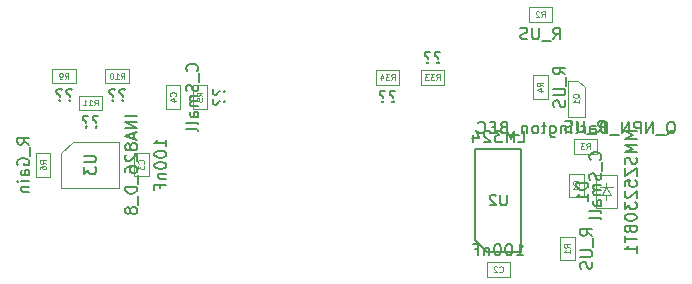
<source format=gbr>
G04 #@! TF.GenerationSoftware,KiCad,Pcbnew,(5.0.0-rc2-dev-586-g888c43477)*
G04 #@! TF.CreationDate,2018-06-03T15:17:15-03:00*
G04 #@! TF.ProjectId,Signal,5369676E616C2E6B696361645F706362,rev?*
G04 #@! TF.SameCoordinates,Original*
G04 #@! TF.FileFunction,Other,Fab,Bot*
%FSLAX46Y46*%
G04 Gerber Fmt 4.6, Leading zero omitted, Abs format (unit mm)*
G04 Created by KiCad (PCBNEW (5.0.0-rc2-dev-586-g888c43477)) date 06/03/18 15:17:15*
%MOMM*%
%LPD*%
G01*
G04 APERTURE LIST*
%ADD10C,0.100000*%
%ADD11C,0.150000*%
%ADD12C,0.080000*%
%ADD13C,0.075000*%
%ADD14C,0.135000*%
G04 APERTURE END LIST*
D10*
X32000000Y-25850000D02*
X32000000Y-24650000D01*
X32000000Y-24650000D02*
X30000000Y-24650000D01*
X30000000Y-24650000D02*
X30000000Y-25850000D01*
X30000000Y-25850000D02*
X32000000Y-25850000D01*
X29750000Y-23600000D02*
X29750000Y-22400000D01*
X29750000Y-22400000D02*
X27750000Y-22400000D01*
X27750000Y-22400000D02*
X27750000Y-23600000D01*
X27750000Y-23600000D02*
X29750000Y-23600000D01*
X32250000Y-23600000D02*
X34250000Y-23600000D01*
X32250000Y-22400000D02*
X32250000Y-23600000D01*
X34250000Y-22400000D02*
X32250000Y-22400000D01*
X34250000Y-23600000D02*
X34250000Y-22400000D01*
X35906000Y-31480000D02*
X35906000Y-29480000D01*
X34706000Y-31480000D02*
X35906000Y-31480000D01*
X34706000Y-29480000D02*
X34706000Y-31480000D01*
X35906000Y-29480000D02*
X34706000Y-29480000D01*
X38600000Y-23750000D02*
X37400000Y-23750000D01*
X37400000Y-23750000D02*
X37400000Y-25750000D01*
X37400000Y-25750000D02*
X38600000Y-25750000D01*
X38600000Y-25750000D02*
X38600000Y-23750000D01*
X28538000Y-29530000D02*
X28538000Y-32430000D01*
X28538000Y-32430000D02*
X33438000Y-32430000D01*
X33438000Y-32430000D02*
X33438000Y-28530000D01*
X33438000Y-28530000D02*
X29538000Y-28530000D01*
X29538000Y-28530000D02*
X28538000Y-29530000D01*
X40850000Y-25750000D02*
X40850000Y-23750000D01*
X39650000Y-25750000D02*
X40850000Y-25750000D01*
X39650000Y-23750000D02*
X39650000Y-25750000D01*
X40850000Y-23750000D02*
X39650000Y-23750000D01*
X26400000Y-31500000D02*
X27600000Y-31500000D01*
X27600000Y-31500000D02*
X27600000Y-29500000D01*
X27600000Y-29500000D02*
X26400000Y-29500000D01*
X26400000Y-29500000D02*
X26400000Y-31500000D01*
X72836000Y-23942000D02*
X72836000Y-26392000D01*
X72286000Y-23372000D02*
X71436000Y-23372000D01*
X72836000Y-23942000D02*
X72286000Y-23372000D01*
X71436000Y-23372000D02*
X71436000Y-26412000D01*
X72836000Y-26412000D02*
X71436000Y-26412000D01*
X72736000Y-33258000D02*
X72736000Y-31258000D01*
X71536000Y-33258000D02*
X72736000Y-33258000D01*
X71536000Y-31258000D02*
X71536000Y-33258000D01*
X72736000Y-31258000D02*
X71536000Y-31258000D01*
X64532000Y-38770000D02*
X64532000Y-39970000D01*
X64532000Y-39970000D02*
X66532000Y-39970000D01*
X66532000Y-39970000D02*
X66532000Y-38770000D01*
X66532000Y-38770000D02*
X64532000Y-38770000D01*
X74676000Y-33016000D02*
X74676000Y-33516000D01*
X75076000Y-33016000D02*
X74676000Y-32416000D01*
X74276000Y-33016000D02*
X75076000Y-33016000D01*
X74676000Y-32416000D02*
X74276000Y-33016000D01*
X74676000Y-32416000D02*
X75226000Y-32416000D01*
X74676000Y-32416000D02*
X74126000Y-32416000D01*
X74676000Y-32016000D02*
X74676000Y-32416000D01*
X75576000Y-31366000D02*
X73776000Y-31366000D01*
X75576000Y-34166000D02*
X75576000Y-31366000D01*
X73776000Y-34166000D02*
X75576000Y-34166000D01*
X73776000Y-31366000D02*
X73776000Y-34166000D01*
X71974000Y-36592000D02*
X70774000Y-36592000D01*
X70774000Y-36592000D02*
X70774000Y-38592000D01*
X70774000Y-38592000D02*
X71974000Y-38592000D01*
X71974000Y-38592000D02*
X71974000Y-36592000D01*
X68088000Y-18380000D02*
X70088000Y-18380000D01*
X68088000Y-17180000D02*
X68088000Y-18380000D01*
X70088000Y-17180000D02*
X68088000Y-17180000D01*
X70088000Y-18380000D02*
X70088000Y-17180000D01*
X71898000Y-28356000D02*
X71898000Y-29556000D01*
X71898000Y-29556000D02*
X73898000Y-29556000D01*
X73898000Y-29556000D02*
X73898000Y-28356000D01*
X73898000Y-28356000D02*
X71898000Y-28356000D01*
X69688000Y-24924500D02*
X69688000Y-22924500D01*
X68488000Y-24924500D02*
X69688000Y-24924500D01*
X68488000Y-22924500D02*
X68488000Y-24924500D01*
X69688000Y-22924500D02*
X68488000Y-22924500D01*
X58944000Y-22514000D02*
X58944000Y-23714000D01*
X58944000Y-23714000D02*
X60944000Y-23714000D01*
X60944000Y-23714000D02*
X60944000Y-22514000D01*
X60944000Y-22514000D02*
X58944000Y-22514000D01*
X57134000Y-23714000D02*
X57134000Y-22514000D01*
X57134000Y-22514000D02*
X55134000Y-22514000D01*
X55134000Y-22514000D02*
X55134000Y-23714000D01*
X55134000Y-23714000D02*
X57134000Y-23714000D01*
D11*
X64582000Y-37878000D02*
X67482000Y-37878000D01*
X67482000Y-37878000D02*
X67482000Y-29178000D01*
X67482000Y-29178000D02*
X63582000Y-29178000D01*
X63582000Y-29178000D02*
X63582000Y-36878000D01*
X63582000Y-36878000D02*
X64582000Y-37878000D01*
X31476190Y-27257142D02*
X31428571Y-27304761D01*
X31476190Y-27352380D01*
X31523809Y-27304761D01*
X31476190Y-27257142D01*
X31476190Y-27352380D01*
X31666666Y-26400000D02*
X31571428Y-26352380D01*
X31333333Y-26352380D01*
X31238095Y-26400000D01*
X31190476Y-26495238D01*
X31190476Y-26590476D01*
X31238095Y-26685714D01*
X31285714Y-26733333D01*
X31380952Y-26780952D01*
X31428571Y-26828571D01*
X31476190Y-26923809D01*
X31476190Y-26971428D01*
X30619047Y-27257142D02*
X30571428Y-27304761D01*
X30619047Y-27352380D01*
X30666666Y-27304761D01*
X30619047Y-27257142D01*
X30619047Y-27352380D01*
X30809523Y-26400000D02*
X30714285Y-26352380D01*
X30476190Y-26352380D01*
X30380952Y-26400000D01*
X30333333Y-26495238D01*
X30333333Y-26590476D01*
X30380952Y-26685714D01*
X30428571Y-26733333D01*
X30523809Y-26780952D01*
X30571428Y-26828571D01*
X30619047Y-26923809D01*
X30619047Y-26971428D01*
D12*
X31321428Y-25476190D02*
X31488095Y-25238095D01*
X31607142Y-25476190D02*
X31607142Y-24976190D01*
X31416666Y-24976190D01*
X31369047Y-25000000D01*
X31345238Y-25023809D01*
X31321428Y-25071428D01*
X31321428Y-25142857D01*
X31345238Y-25190476D01*
X31369047Y-25214285D01*
X31416666Y-25238095D01*
X31607142Y-25238095D01*
X30845238Y-25476190D02*
X31130952Y-25476190D01*
X30988095Y-25476190D02*
X30988095Y-24976190D01*
X31035714Y-25047619D01*
X31083333Y-25095238D01*
X31130952Y-25119047D01*
X30369047Y-25476190D02*
X30654761Y-25476190D01*
X30511904Y-25476190D02*
X30511904Y-24976190D01*
X30559523Y-25047619D01*
X30607142Y-25095238D01*
X30654761Y-25119047D01*
D11*
X29226190Y-25007142D02*
X29178571Y-25054761D01*
X29226190Y-25102380D01*
X29273809Y-25054761D01*
X29226190Y-25007142D01*
X29226190Y-25102380D01*
X29416666Y-24150000D02*
X29321428Y-24102380D01*
X29083333Y-24102380D01*
X28988095Y-24150000D01*
X28940476Y-24245238D01*
X28940476Y-24340476D01*
X28988095Y-24435714D01*
X29035714Y-24483333D01*
X29130952Y-24530952D01*
X29178571Y-24578571D01*
X29226190Y-24673809D01*
X29226190Y-24721428D01*
X28369047Y-25007142D02*
X28321428Y-25054761D01*
X28369047Y-25102380D01*
X28416666Y-25054761D01*
X28369047Y-25007142D01*
X28369047Y-25102380D01*
X28559523Y-24150000D02*
X28464285Y-24102380D01*
X28226190Y-24102380D01*
X28130952Y-24150000D01*
X28083333Y-24245238D01*
X28083333Y-24340476D01*
X28130952Y-24435714D01*
X28178571Y-24483333D01*
X28273809Y-24530952D01*
X28321428Y-24578571D01*
X28369047Y-24673809D01*
X28369047Y-24721428D01*
D12*
X28833333Y-23226190D02*
X29000000Y-22988095D01*
X29119047Y-23226190D02*
X29119047Y-22726190D01*
X28928571Y-22726190D01*
X28880952Y-22750000D01*
X28857142Y-22773809D01*
X28833333Y-22821428D01*
X28833333Y-22892857D01*
X28857142Y-22940476D01*
X28880952Y-22964285D01*
X28928571Y-22988095D01*
X29119047Y-22988095D01*
X28595238Y-23226190D02*
X28500000Y-23226190D01*
X28452380Y-23202380D01*
X28428571Y-23178571D01*
X28380952Y-23107142D01*
X28357142Y-23011904D01*
X28357142Y-22821428D01*
X28380952Y-22773809D01*
X28404761Y-22750000D01*
X28452380Y-22726190D01*
X28547619Y-22726190D01*
X28595238Y-22750000D01*
X28619047Y-22773809D01*
X28642857Y-22821428D01*
X28642857Y-22940476D01*
X28619047Y-22988095D01*
X28595238Y-23011904D01*
X28547619Y-23035714D01*
X28452380Y-23035714D01*
X28404761Y-23011904D01*
X28380952Y-22988095D01*
X28357142Y-22940476D01*
D11*
X33726190Y-25007142D02*
X33678571Y-25054761D01*
X33726190Y-25102380D01*
X33773809Y-25054761D01*
X33726190Y-25007142D01*
X33726190Y-25102380D01*
X33916666Y-24150000D02*
X33821428Y-24102380D01*
X33583333Y-24102380D01*
X33488095Y-24150000D01*
X33440476Y-24245238D01*
X33440476Y-24340476D01*
X33488095Y-24435714D01*
X33535714Y-24483333D01*
X33630952Y-24530952D01*
X33678571Y-24578571D01*
X33726190Y-24673809D01*
X33726190Y-24721428D01*
X32869047Y-25007142D02*
X32821428Y-25054761D01*
X32869047Y-25102380D01*
X32916666Y-25054761D01*
X32869047Y-25007142D01*
X32869047Y-25102380D01*
X33059523Y-24150000D02*
X32964285Y-24102380D01*
X32726190Y-24102380D01*
X32630952Y-24150000D01*
X32583333Y-24245238D01*
X32583333Y-24340476D01*
X32630952Y-24435714D01*
X32678571Y-24483333D01*
X32773809Y-24530952D01*
X32821428Y-24578571D01*
X32869047Y-24673809D01*
X32869047Y-24721428D01*
D12*
X33571428Y-23226190D02*
X33738095Y-22988095D01*
X33857142Y-23226190D02*
X33857142Y-22726190D01*
X33666666Y-22726190D01*
X33619047Y-22750000D01*
X33595238Y-22773809D01*
X33571428Y-22821428D01*
X33571428Y-22892857D01*
X33595238Y-22940476D01*
X33619047Y-22964285D01*
X33666666Y-22988095D01*
X33857142Y-22988095D01*
X33095238Y-23226190D02*
X33380952Y-23226190D01*
X33238095Y-23226190D02*
X33238095Y-22726190D01*
X33285714Y-22797619D01*
X33333333Y-22845238D01*
X33380952Y-22869047D01*
X32785714Y-22726190D02*
X32738095Y-22726190D01*
X32690476Y-22750000D01*
X32666666Y-22773809D01*
X32642857Y-22821428D01*
X32619047Y-22916666D01*
X32619047Y-23035714D01*
X32642857Y-23130952D01*
X32666666Y-23178571D01*
X32690476Y-23202380D01*
X32738095Y-23226190D01*
X32785714Y-23226190D01*
X32833333Y-23202380D01*
X32857142Y-23178571D01*
X32880952Y-23130952D01*
X32904761Y-23035714D01*
X32904761Y-22916666D01*
X32880952Y-22821428D01*
X32857142Y-22773809D01*
X32833333Y-22750000D01*
X32785714Y-22726190D01*
D11*
X37408380Y-28932380D02*
X37408380Y-28360952D01*
X37408380Y-28646666D02*
X36408380Y-28646666D01*
X36551238Y-28551428D01*
X36646476Y-28456190D01*
X36694095Y-28360952D01*
X36408380Y-29551428D02*
X36408380Y-29646666D01*
X36456000Y-29741904D01*
X36503619Y-29789523D01*
X36598857Y-29837142D01*
X36789333Y-29884761D01*
X37027428Y-29884761D01*
X37217904Y-29837142D01*
X37313142Y-29789523D01*
X37360761Y-29741904D01*
X37408380Y-29646666D01*
X37408380Y-29551428D01*
X37360761Y-29456190D01*
X37313142Y-29408571D01*
X37217904Y-29360952D01*
X37027428Y-29313333D01*
X36789333Y-29313333D01*
X36598857Y-29360952D01*
X36503619Y-29408571D01*
X36456000Y-29456190D01*
X36408380Y-29551428D01*
X36408380Y-30503809D02*
X36408380Y-30599047D01*
X36456000Y-30694285D01*
X36503619Y-30741904D01*
X36598857Y-30789523D01*
X36789333Y-30837142D01*
X37027428Y-30837142D01*
X37217904Y-30789523D01*
X37313142Y-30741904D01*
X37360761Y-30694285D01*
X37408380Y-30599047D01*
X37408380Y-30503809D01*
X37360761Y-30408571D01*
X37313142Y-30360952D01*
X37217904Y-30313333D01*
X37027428Y-30265714D01*
X36789333Y-30265714D01*
X36598857Y-30313333D01*
X36503619Y-30360952D01*
X36456000Y-30408571D01*
X36408380Y-30503809D01*
X36741714Y-31265714D02*
X37408380Y-31265714D01*
X36836952Y-31265714D02*
X36789333Y-31313333D01*
X36741714Y-31408571D01*
X36741714Y-31551428D01*
X36789333Y-31646666D01*
X36884571Y-31694285D01*
X37408380Y-31694285D01*
X36884571Y-32503809D02*
X36884571Y-32170476D01*
X37408380Y-32170476D02*
X36408380Y-32170476D01*
X36408380Y-32646666D01*
D12*
X35484571Y-30396666D02*
X35508380Y-30372857D01*
X35532190Y-30301428D01*
X35532190Y-30253809D01*
X35508380Y-30182380D01*
X35460761Y-30134761D01*
X35413142Y-30110952D01*
X35317904Y-30087142D01*
X35246476Y-30087142D01*
X35151238Y-30110952D01*
X35103619Y-30134761D01*
X35056000Y-30182380D01*
X35032190Y-30253809D01*
X35032190Y-30301428D01*
X35056000Y-30372857D01*
X35079809Y-30396666D01*
X35032190Y-30563333D02*
X35032190Y-30872857D01*
X35222666Y-30706190D01*
X35222666Y-30777619D01*
X35246476Y-30825238D01*
X35270285Y-30849047D01*
X35317904Y-30872857D01*
X35436952Y-30872857D01*
X35484571Y-30849047D01*
X35508380Y-30825238D01*
X35532190Y-30777619D01*
X35532190Y-30634761D01*
X35508380Y-30587142D01*
X35484571Y-30563333D01*
D11*
X40007142Y-22559523D02*
X40054761Y-22511904D01*
X40102380Y-22369047D01*
X40102380Y-22273809D01*
X40054761Y-22130952D01*
X39959523Y-22035714D01*
X39864285Y-21988095D01*
X39673809Y-21940476D01*
X39530952Y-21940476D01*
X39340476Y-21988095D01*
X39245238Y-22035714D01*
X39150000Y-22130952D01*
X39102380Y-22273809D01*
X39102380Y-22369047D01*
X39150000Y-22511904D01*
X39197619Y-22559523D01*
X40197619Y-22750000D02*
X40197619Y-23511904D01*
X40054761Y-23702380D02*
X40102380Y-23845238D01*
X40102380Y-24083333D01*
X40054761Y-24178571D01*
X40007142Y-24226190D01*
X39911904Y-24273809D01*
X39816666Y-24273809D01*
X39721428Y-24226190D01*
X39673809Y-24178571D01*
X39626190Y-24083333D01*
X39578571Y-23892857D01*
X39530952Y-23797619D01*
X39483333Y-23750000D01*
X39388095Y-23702380D01*
X39292857Y-23702380D01*
X39197619Y-23750000D01*
X39150000Y-23797619D01*
X39102380Y-23892857D01*
X39102380Y-24130952D01*
X39150000Y-24273809D01*
X40102380Y-24702380D02*
X39435714Y-24702380D01*
X39530952Y-24702380D02*
X39483333Y-24750000D01*
X39435714Y-24845238D01*
X39435714Y-24988095D01*
X39483333Y-25083333D01*
X39578571Y-25130952D01*
X40102380Y-25130952D01*
X39578571Y-25130952D02*
X39483333Y-25178571D01*
X39435714Y-25273809D01*
X39435714Y-25416666D01*
X39483333Y-25511904D01*
X39578571Y-25559523D01*
X40102380Y-25559523D01*
X40102380Y-26464285D02*
X39578571Y-26464285D01*
X39483333Y-26416666D01*
X39435714Y-26321428D01*
X39435714Y-26130952D01*
X39483333Y-26035714D01*
X40054761Y-26464285D02*
X40102380Y-26369047D01*
X40102380Y-26130952D01*
X40054761Y-26035714D01*
X39959523Y-25988095D01*
X39864285Y-25988095D01*
X39769047Y-26035714D01*
X39721428Y-26130952D01*
X39721428Y-26369047D01*
X39673809Y-26464285D01*
X40102380Y-27083333D02*
X40054761Y-26988095D01*
X39959523Y-26940476D01*
X39102380Y-26940476D01*
X40102380Y-27607142D02*
X40054761Y-27511904D01*
X39959523Y-27464285D01*
X39102380Y-27464285D01*
D12*
X38178571Y-24666666D02*
X38202380Y-24642857D01*
X38226190Y-24571428D01*
X38226190Y-24523809D01*
X38202380Y-24452380D01*
X38154761Y-24404761D01*
X38107142Y-24380952D01*
X38011904Y-24357142D01*
X37940476Y-24357142D01*
X37845238Y-24380952D01*
X37797619Y-24404761D01*
X37750000Y-24452380D01*
X37726190Y-24523809D01*
X37726190Y-24571428D01*
X37750000Y-24642857D01*
X37773809Y-24666666D01*
X37892857Y-25095238D02*
X38226190Y-25095238D01*
X37702380Y-24976190D02*
X38059523Y-24857142D01*
X38059523Y-25166666D01*
D11*
X34940380Y-26360952D02*
X33940380Y-26360952D01*
X34940380Y-26837142D02*
X33940380Y-26837142D01*
X34940380Y-27408571D01*
X33940380Y-27408571D01*
X34654666Y-27837142D02*
X34654666Y-28313333D01*
X34940380Y-27741904D02*
X33940380Y-28075238D01*
X34940380Y-28408571D01*
X34368952Y-28884761D02*
X34321333Y-28789523D01*
X34273714Y-28741904D01*
X34178476Y-28694285D01*
X34130857Y-28694285D01*
X34035619Y-28741904D01*
X33988000Y-28789523D01*
X33940380Y-28884761D01*
X33940380Y-29075238D01*
X33988000Y-29170476D01*
X34035619Y-29218095D01*
X34130857Y-29265714D01*
X34178476Y-29265714D01*
X34273714Y-29218095D01*
X34321333Y-29170476D01*
X34368952Y-29075238D01*
X34368952Y-28884761D01*
X34416571Y-28789523D01*
X34464190Y-28741904D01*
X34559428Y-28694285D01*
X34749904Y-28694285D01*
X34845142Y-28741904D01*
X34892761Y-28789523D01*
X34940380Y-28884761D01*
X34940380Y-29075238D01*
X34892761Y-29170476D01*
X34845142Y-29218095D01*
X34749904Y-29265714D01*
X34559428Y-29265714D01*
X34464190Y-29218095D01*
X34416571Y-29170476D01*
X34368952Y-29075238D01*
X34035619Y-29646666D02*
X33988000Y-29694285D01*
X33940380Y-29789523D01*
X33940380Y-30027619D01*
X33988000Y-30122857D01*
X34035619Y-30170476D01*
X34130857Y-30218095D01*
X34226095Y-30218095D01*
X34368952Y-30170476D01*
X34940380Y-29599047D01*
X34940380Y-30218095D01*
X33940380Y-31075238D02*
X33940380Y-30884761D01*
X33988000Y-30789523D01*
X34035619Y-30741904D01*
X34178476Y-30646666D01*
X34368952Y-30599047D01*
X34749904Y-30599047D01*
X34845142Y-30646666D01*
X34892761Y-30694285D01*
X34940380Y-30789523D01*
X34940380Y-30980000D01*
X34892761Y-31075238D01*
X34845142Y-31122857D01*
X34749904Y-31170476D01*
X34511809Y-31170476D01*
X34416571Y-31122857D01*
X34368952Y-31075238D01*
X34321333Y-30980000D01*
X34321333Y-30789523D01*
X34368952Y-30694285D01*
X34416571Y-30646666D01*
X34511809Y-30599047D01*
X35035619Y-31360952D02*
X35035619Y-32122857D01*
X34940380Y-32360952D02*
X33940380Y-32360952D01*
X33940380Y-32599047D01*
X33988000Y-32741904D01*
X34083238Y-32837142D01*
X34178476Y-32884761D01*
X34368952Y-32932380D01*
X34511809Y-32932380D01*
X34702285Y-32884761D01*
X34797523Y-32837142D01*
X34892761Y-32741904D01*
X34940380Y-32599047D01*
X34940380Y-32360952D01*
X35035619Y-33122857D02*
X35035619Y-33884761D01*
X34368952Y-34265714D02*
X34321333Y-34170476D01*
X34273714Y-34122857D01*
X34178476Y-34075238D01*
X34130857Y-34075238D01*
X34035619Y-34122857D01*
X33988000Y-34170476D01*
X33940380Y-34265714D01*
X33940380Y-34456190D01*
X33988000Y-34551428D01*
X34035619Y-34599047D01*
X34130857Y-34646666D01*
X34178476Y-34646666D01*
X34273714Y-34599047D01*
X34321333Y-34551428D01*
X34368952Y-34456190D01*
X34368952Y-34265714D01*
X34416571Y-34170476D01*
X34464190Y-34122857D01*
X34559428Y-34075238D01*
X34749904Y-34075238D01*
X34845142Y-34122857D01*
X34892761Y-34170476D01*
X34940380Y-34265714D01*
X34940380Y-34456190D01*
X34892761Y-34551428D01*
X34845142Y-34599047D01*
X34749904Y-34646666D01*
X34559428Y-34646666D01*
X34464190Y-34599047D01*
X34416571Y-34551428D01*
X34368952Y-34456190D01*
X30440380Y-29718095D02*
X31249904Y-29718095D01*
X31345142Y-29765714D01*
X31392761Y-29813333D01*
X31440380Y-29908571D01*
X31440380Y-30099047D01*
X31392761Y-30194285D01*
X31345142Y-30241904D01*
X31249904Y-30289523D01*
X30440380Y-30289523D01*
X30440380Y-30670476D02*
X30440380Y-31289523D01*
X30821333Y-30956190D01*
X30821333Y-31099047D01*
X30868952Y-31194285D01*
X30916571Y-31241904D01*
X31011809Y-31289523D01*
X31249904Y-31289523D01*
X31345142Y-31241904D01*
X31392761Y-31194285D01*
X31440380Y-31099047D01*
X31440380Y-30813333D01*
X31392761Y-30718095D01*
X31345142Y-30670476D01*
X42257142Y-24273809D02*
X42304761Y-24321428D01*
X42352380Y-24273809D01*
X42304761Y-24226190D01*
X42257142Y-24273809D01*
X42352380Y-24273809D01*
X41400000Y-24083333D02*
X41352380Y-24178571D01*
X41352380Y-24416666D01*
X41400000Y-24511904D01*
X41495238Y-24559523D01*
X41590476Y-24559523D01*
X41685714Y-24511904D01*
X41733333Y-24464285D01*
X41780952Y-24369047D01*
X41828571Y-24321428D01*
X41923809Y-24273809D01*
X41971428Y-24273809D01*
X42257142Y-25130952D02*
X42304761Y-25178571D01*
X42352380Y-25130952D01*
X42304761Y-25083333D01*
X42257142Y-25130952D01*
X42352380Y-25130952D01*
X41400000Y-24940476D02*
X41352380Y-25035714D01*
X41352380Y-25273809D01*
X41400000Y-25369047D01*
X41495238Y-25416666D01*
X41590476Y-25416666D01*
X41685714Y-25369047D01*
X41733333Y-25321428D01*
X41780952Y-25226190D01*
X41828571Y-25178571D01*
X41923809Y-25130952D01*
X41971428Y-25130952D01*
D12*
X40476190Y-24666666D02*
X40238095Y-24500000D01*
X40476190Y-24380952D02*
X39976190Y-24380952D01*
X39976190Y-24571428D01*
X40000000Y-24619047D01*
X40023809Y-24642857D01*
X40071428Y-24666666D01*
X40142857Y-24666666D01*
X40190476Y-24642857D01*
X40214285Y-24619047D01*
X40238095Y-24571428D01*
X40238095Y-24380952D01*
X39976190Y-25119047D02*
X39976190Y-24880952D01*
X40214285Y-24857142D01*
X40190476Y-24880952D01*
X40166666Y-24928571D01*
X40166666Y-25047619D01*
X40190476Y-25095238D01*
X40214285Y-25119047D01*
X40261904Y-25142857D01*
X40380952Y-25142857D01*
X40428571Y-25119047D01*
X40452380Y-25095238D01*
X40476190Y-25047619D01*
X40476190Y-24928571D01*
X40452380Y-24880952D01*
X40428571Y-24857142D01*
D11*
X25802380Y-28785714D02*
X25326190Y-28452380D01*
X25802380Y-28214285D02*
X24802380Y-28214285D01*
X24802380Y-28595238D01*
X24850000Y-28690476D01*
X24897619Y-28738095D01*
X24992857Y-28785714D01*
X25135714Y-28785714D01*
X25230952Y-28738095D01*
X25278571Y-28690476D01*
X25326190Y-28595238D01*
X25326190Y-28214285D01*
X25897619Y-28976190D02*
X25897619Y-29738095D01*
X24850000Y-30500000D02*
X24802380Y-30404761D01*
X24802380Y-30261904D01*
X24850000Y-30119047D01*
X24945238Y-30023809D01*
X25040476Y-29976190D01*
X25230952Y-29928571D01*
X25373809Y-29928571D01*
X25564285Y-29976190D01*
X25659523Y-30023809D01*
X25754761Y-30119047D01*
X25802380Y-30261904D01*
X25802380Y-30357142D01*
X25754761Y-30500000D01*
X25707142Y-30547619D01*
X25373809Y-30547619D01*
X25373809Y-30357142D01*
X25802380Y-31404761D02*
X25278571Y-31404761D01*
X25183333Y-31357142D01*
X25135714Y-31261904D01*
X25135714Y-31071428D01*
X25183333Y-30976190D01*
X25754761Y-31404761D02*
X25802380Y-31309523D01*
X25802380Y-31071428D01*
X25754761Y-30976190D01*
X25659523Y-30928571D01*
X25564285Y-30928571D01*
X25469047Y-30976190D01*
X25421428Y-31071428D01*
X25421428Y-31309523D01*
X25373809Y-31404761D01*
X25802380Y-31880952D02*
X25135714Y-31880952D01*
X24802380Y-31880952D02*
X24850000Y-31833333D01*
X24897619Y-31880952D01*
X24850000Y-31928571D01*
X24802380Y-31880952D01*
X24897619Y-31880952D01*
X25135714Y-32357142D02*
X25802380Y-32357142D01*
X25230952Y-32357142D02*
X25183333Y-32404761D01*
X25135714Y-32500000D01*
X25135714Y-32642857D01*
X25183333Y-32738095D01*
X25278571Y-32785714D01*
X25802380Y-32785714D01*
D12*
X27226190Y-30416666D02*
X26988095Y-30250000D01*
X27226190Y-30130952D02*
X26726190Y-30130952D01*
X26726190Y-30321428D01*
X26750000Y-30369047D01*
X26773809Y-30392857D01*
X26821428Y-30416666D01*
X26892857Y-30416666D01*
X26940476Y-30392857D01*
X26964285Y-30369047D01*
X26988095Y-30321428D01*
X26988095Y-30130952D01*
X26726190Y-30845238D02*
X26726190Y-30750000D01*
X26750000Y-30702380D01*
X26773809Y-30678571D01*
X26845238Y-30630952D01*
X26940476Y-30607142D01*
X27130952Y-30607142D01*
X27178571Y-30630952D01*
X27202380Y-30654761D01*
X27226190Y-30702380D01*
X27226190Y-30797619D01*
X27202380Y-30845238D01*
X27178571Y-30869047D01*
X27130952Y-30892857D01*
X27011904Y-30892857D01*
X26964285Y-30869047D01*
X26940476Y-30845238D01*
X26916666Y-30797619D01*
X26916666Y-30702380D01*
X26940476Y-30654761D01*
X26964285Y-30630952D01*
X27011904Y-30607142D01*
D11*
X79755047Y-27939619D02*
X79850285Y-27892000D01*
X79945523Y-27796761D01*
X80088380Y-27653904D01*
X80183619Y-27606285D01*
X80278857Y-27606285D01*
X80231238Y-27844380D02*
X80326476Y-27796761D01*
X80421714Y-27701523D01*
X80469333Y-27511047D01*
X80469333Y-27177714D01*
X80421714Y-26987238D01*
X80326476Y-26892000D01*
X80231238Y-26844380D01*
X80040761Y-26844380D01*
X79945523Y-26892000D01*
X79850285Y-26987238D01*
X79802666Y-27177714D01*
X79802666Y-27511047D01*
X79850285Y-27701523D01*
X79945523Y-27796761D01*
X80040761Y-27844380D01*
X80231238Y-27844380D01*
X79612190Y-27939619D02*
X78850285Y-27939619D01*
X78612190Y-27844380D02*
X78612190Y-26844380D01*
X78040761Y-27844380D01*
X78040761Y-26844380D01*
X77564571Y-27844380D02*
X77564571Y-26844380D01*
X77183619Y-26844380D01*
X77088380Y-26892000D01*
X77040761Y-26939619D01*
X76993142Y-27034857D01*
X76993142Y-27177714D01*
X77040761Y-27272952D01*
X77088380Y-27320571D01*
X77183619Y-27368190D01*
X77564571Y-27368190D01*
X76564571Y-27844380D02*
X76564571Y-26844380D01*
X75993142Y-27844380D01*
X75993142Y-26844380D01*
X75755047Y-27939619D02*
X74993142Y-27939619D01*
X74755047Y-27844380D02*
X74755047Y-26844380D01*
X74516952Y-26844380D01*
X74374095Y-26892000D01*
X74278857Y-26987238D01*
X74231238Y-27082476D01*
X74183619Y-27272952D01*
X74183619Y-27415809D01*
X74231238Y-27606285D01*
X74278857Y-27701523D01*
X74374095Y-27796761D01*
X74516952Y-27844380D01*
X74755047Y-27844380D01*
X73326476Y-27844380D02*
X73326476Y-27320571D01*
X73374095Y-27225333D01*
X73469333Y-27177714D01*
X73659809Y-27177714D01*
X73755047Y-27225333D01*
X73326476Y-27796761D02*
X73421714Y-27844380D01*
X73659809Y-27844380D01*
X73755047Y-27796761D01*
X73802666Y-27701523D01*
X73802666Y-27606285D01*
X73755047Y-27511047D01*
X73659809Y-27463428D01*
X73421714Y-27463428D01*
X73326476Y-27415809D01*
X72850285Y-27844380D02*
X72850285Y-27177714D01*
X72850285Y-27368190D02*
X72802666Y-27272952D01*
X72755047Y-27225333D01*
X72659809Y-27177714D01*
X72564571Y-27177714D01*
X72088380Y-27844380D02*
X72183619Y-27796761D01*
X72231238Y-27701523D01*
X72231238Y-26844380D01*
X71707428Y-27844380D02*
X71707428Y-27177714D01*
X71707428Y-26844380D02*
X71755047Y-26892000D01*
X71707428Y-26939619D01*
X71659809Y-26892000D01*
X71707428Y-26844380D01*
X71707428Y-26939619D01*
X71231238Y-27177714D02*
X71231238Y-27844380D01*
X71231238Y-27272952D02*
X71183619Y-27225333D01*
X71088380Y-27177714D01*
X70945523Y-27177714D01*
X70850285Y-27225333D01*
X70802666Y-27320571D01*
X70802666Y-27844380D01*
X69897904Y-27177714D02*
X69897904Y-27987238D01*
X69945523Y-28082476D01*
X69993142Y-28130095D01*
X70088380Y-28177714D01*
X70231238Y-28177714D01*
X70326476Y-28130095D01*
X69897904Y-27796761D02*
X69993142Y-27844380D01*
X70183619Y-27844380D01*
X70278857Y-27796761D01*
X70326476Y-27749142D01*
X70374095Y-27653904D01*
X70374095Y-27368190D01*
X70326476Y-27272952D01*
X70278857Y-27225333D01*
X70183619Y-27177714D01*
X69993142Y-27177714D01*
X69897904Y-27225333D01*
X69564571Y-27177714D02*
X69183619Y-27177714D01*
X69421714Y-26844380D02*
X69421714Y-27701523D01*
X69374095Y-27796761D01*
X69278857Y-27844380D01*
X69183619Y-27844380D01*
X68707428Y-27844380D02*
X68802666Y-27796761D01*
X68850285Y-27749142D01*
X68897904Y-27653904D01*
X68897904Y-27368190D01*
X68850285Y-27272952D01*
X68802666Y-27225333D01*
X68707428Y-27177714D01*
X68564571Y-27177714D01*
X68469333Y-27225333D01*
X68421714Y-27272952D01*
X68374095Y-27368190D01*
X68374095Y-27653904D01*
X68421714Y-27749142D01*
X68469333Y-27796761D01*
X68564571Y-27844380D01*
X68707428Y-27844380D01*
X67945523Y-27177714D02*
X67945523Y-27844380D01*
X67945523Y-27272952D02*
X67897904Y-27225333D01*
X67802666Y-27177714D01*
X67659809Y-27177714D01*
X67564571Y-27225333D01*
X67516952Y-27320571D01*
X67516952Y-27844380D01*
X67278857Y-27939619D02*
X66516952Y-27939619D01*
X65945523Y-27320571D02*
X65802666Y-27368190D01*
X65755047Y-27415809D01*
X65707428Y-27511047D01*
X65707428Y-27653904D01*
X65755047Y-27749142D01*
X65802666Y-27796761D01*
X65897904Y-27844380D01*
X66278857Y-27844380D01*
X66278857Y-26844380D01*
X65945523Y-26844380D01*
X65850285Y-26892000D01*
X65802666Y-26939619D01*
X65755047Y-27034857D01*
X65755047Y-27130095D01*
X65802666Y-27225333D01*
X65850285Y-27272952D01*
X65945523Y-27320571D01*
X66278857Y-27320571D01*
X65278857Y-27320571D02*
X64945523Y-27320571D01*
X64802666Y-27844380D02*
X65278857Y-27844380D01*
X65278857Y-26844380D01*
X64802666Y-26844380D01*
X63802666Y-27749142D02*
X63850285Y-27796761D01*
X63993142Y-27844380D01*
X64088380Y-27844380D01*
X64231238Y-27796761D01*
X64326476Y-27701523D01*
X64374095Y-27606285D01*
X64421714Y-27415809D01*
X64421714Y-27272952D01*
X64374095Y-27082476D01*
X64326476Y-26987238D01*
X64231238Y-26892000D01*
X64088380Y-26844380D01*
X63993142Y-26844380D01*
X63850285Y-26892000D01*
X63802666Y-26939619D01*
D13*
X72409809Y-24844380D02*
X72386000Y-24796761D01*
X72338380Y-24749142D01*
X72266952Y-24677714D01*
X72243142Y-24630095D01*
X72243142Y-24582476D01*
X72362190Y-24606285D02*
X72338380Y-24558666D01*
X72290761Y-24511047D01*
X72195523Y-24487238D01*
X72028857Y-24487238D01*
X71933619Y-24511047D01*
X71886000Y-24558666D01*
X71862190Y-24606285D01*
X71862190Y-24701523D01*
X71886000Y-24749142D01*
X71933619Y-24796761D01*
X72028857Y-24820571D01*
X72195523Y-24820571D01*
X72290761Y-24796761D01*
X72338380Y-24749142D01*
X72362190Y-24701523D01*
X72362190Y-24606285D01*
X72362190Y-25296761D02*
X72362190Y-25011047D01*
X72362190Y-25153904D02*
X71862190Y-25153904D01*
X71933619Y-25106285D01*
X71981238Y-25058666D01*
X72005047Y-25011047D01*
D11*
X74143142Y-30067523D02*
X74190761Y-30019904D01*
X74238380Y-29877047D01*
X74238380Y-29781809D01*
X74190761Y-29638952D01*
X74095523Y-29543714D01*
X74000285Y-29496095D01*
X73809809Y-29448476D01*
X73666952Y-29448476D01*
X73476476Y-29496095D01*
X73381238Y-29543714D01*
X73286000Y-29638952D01*
X73238380Y-29781809D01*
X73238380Y-29877047D01*
X73286000Y-30019904D01*
X73333619Y-30067523D01*
X74333619Y-30258000D02*
X74333619Y-31019904D01*
X74190761Y-31210380D02*
X74238380Y-31353238D01*
X74238380Y-31591333D01*
X74190761Y-31686571D01*
X74143142Y-31734190D01*
X74047904Y-31781809D01*
X73952666Y-31781809D01*
X73857428Y-31734190D01*
X73809809Y-31686571D01*
X73762190Y-31591333D01*
X73714571Y-31400857D01*
X73666952Y-31305619D01*
X73619333Y-31258000D01*
X73524095Y-31210380D01*
X73428857Y-31210380D01*
X73333619Y-31258000D01*
X73286000Y-31305619D01*
X73238380Y-31400857D01*
X73238380Y-31638952D01*
X73286000Y-31781809D01*
X74238380Y-32210380D02*
X73571714Y-32210380D01*
X73666952Y-32210380D02*
X73619333Y-32258000D01*
X73571714Y-32353238D01*
X73571714Y-32496095D01*
X73619333Y-32591333D01*
X73714571Y-32638952D01*
X74238380Y-32638952D01*
X73714571Y-32638952D02*
X73619333Y-32686571D01*
X73571714Y-32781809D01*
X73571714Y-32924666D01*
X73619333Y-33019904D01*
X73714571Y-33067523D01*
X74238380Y-33067523D01*
X74238380Y-33972285D02*
X73714571Y-33972285D01*
X73619333Y-33924666D01*
X73571714Y-33829428D01*
X73571714Y-33638952D01*
X73619333Y-33543714D01*
X74190761Y-33972285D02*
X74238380Y-33877047D01*
X74238380Y-33638952D01*
X74190761Y-33543714D01*
X74095523Y-33496095D01*
X74000285Y-33496095D01*
X73905047Y-33543714D01*
X73857428Y-33638952D01*
X73857428Y-33877047D01*
X73809809Y-33972285D01*
X74238380Y-34591333D02*
X74190761Y-34496095D01*
X74095523Y-34448476D01*
X73238380Y-34448476D01*
X74238380Y-35115142D02*
X74190761Y-35019904D01*
X74095523Y-34972285D01*
X73238380Y-34972285D01*
D12*
X72314571Y-32174666D02*
X72338380Y-32150857D01*
X72362190Y-32079428D01*
X72362190Y-32031809D01*
X72338380Y-31960380D01*
X72290761Y-31912761D01*
X72243142Y-31888952D01*
X72147904Y-31865142D01*
X72076476Y-31865142D01*
X71981238Y-31888952D01*
X71933619Y-31912761D01*
X71886000Y-31960380D01*
X71862190Y-32031809D01*
X71862190Y-32079428D01*
X71886000Y-32150857D01*
X71909809Y-32174666D01*
X72362190Y-32650857D02*
X72362190Y-32365142D01*
X72362190Y-32508000D02*
X71862190Y-32508000D01*
X71933619Y-32460380D01*
X71981238Y-32412761D01*
X72005047Y-32365142D01*
D11*
X67079619Y-38172380D02*
X67651047Y-38172380D01*
X67365333Y-38172380D02*
X67365333Y-37172380D01*
X67460571Y-37315238D01*
X67555809Y-37410476D01*
X67651047Y-37458095D01*
X66460571Y-37172380D02*
X66365333Y-37172380D01*
X66270095Y-37220000D01*
X66222476Y-37267619D01*
X66174857Y-37362857D01*
X66127238Y-37553333D01*
X66127238Y-37791428D01*
X66174857Y-37981904D01*
X66222476Y-38077142D01*
X66270095Y-38124761D01*
X66365333Y-38172380D01*
X66460571Y-38172380D01*
X66555809Y-38124761D01*
X66603428Y-38077142D01*
X66651047Y-37981904D01*
X66698666Y-37791428D01*
X66698666Y-37553333D01*
X66651047Y-37362857D01*
X66603428Y-37267619D01*
X66555809Y-37220000D01*
X66460571Y-37172380D01*
X65508190Y-37172380D02*
X65412952Y-37172380D01*
X65317714Y-37220000D01*
X65270095Y-37267619D01*
X65222476Y-37362857D01*
X65174857Y-37553333D01*
X65174857Y-37791428D01*
X65222476Y-37981904D01*
X65270095Y-38077142D01*
X65317714Y-38124761D01*
X65412952Y-38172380D01*
X65508190Y-38172380D01*
X65603428Y-38124761D01*
X65651047Y-38077142D01*
X65698666Y-37981904D01*
X65746285Y-37791428D01*
X65746285Y-37553333D01*
X65698666Y-37362857D01*
X65651047Y-37267619D01*
X65603428Y-37220000D01*
X65508190Y-37172380D01*
X64746285Y-37505714D02*
X64746285Y-38172380D01*
X64746285Y-37600952D02*
X64698666Y-37553333D01*
X64603428Y-37505714D01*
X64460571Y-37505714D01*
X64365333Y-37553333D01*
X64317714Y-37648571D01*
X64317714Y-38172380D01*
X63508190Y-37648571D02*
X63841523Y-37648571D01*
X63841523Y-38172380D02*
X63841523Y-37172380D01*
X63365333Y-37172380D01*
D12*
X65615333Y-39548571D02*
X65639142Y-39572380D01*
X65710571Y-39596190D01*
X65758190Y-39596190D01*
X65829619Y-39572380D01*
X65877238Y-39524761D01*
X65901047Y-39477142D01*
X65924857Y-39381904D01*
X65924857Y-39310476D01*
X65901047Y-39215238D01*
X65877238Y-39167619D01*
X65829619Y-39120000D01*
X65758190Y-39096190D01*
X65710571Y-39096190D01*
X65639142Y-39120000D01*
X65615333Y-39143809D01*
X65424857Y-39143809D02*
X65401047Y-39120000D01*
X65353428Y-39096190D01*
X65234380Y-39096190D01*
X65186761Y-39120000D01*
X65162952Y-39143809D01*
X65139142Y-39191428D01*
X65139142Y-39239047D01*
X65162952Y-39310476D01*
X65448666Y-39596190D01*
X65139142Y-39596190D01*
D11*
X77228380Y-27646952D02*
X76228380Y-27646952D01*
X76942666Y-27980285D01*
X76228380Y-28313619D01*
X77228380Y-28313619D01*
X77228380Y-28789809D02*
X76228380Y-28789809D01*
X76942666Y-29123142D01*
X76228380Y-29456476D01*
X77228380Y-29456476D01*
X77180761Y-29885047D02*
X77228380Y-30027904D01*
X77228380Y-30266000D01*
X77180761Y-30361238D01*
X77133142Y-30408857D01*
X77037904Y-30456476D01*
X76942666Y-30456476D01*
X76847428Y-30408857D01*
X76799809Y-30361238D01*
X76752190Y-30266000D01*
X76704571Y-30075523D01*
X76656952Y-29980285D01*
X76609333Y-29932666D01*
X76514095Y-29885047D01*
X76418857Y-29885047D01*
X76323619Y-29932666D01*
X76276000Y-29980285D01*
X76228380Y-30075523D01*
X76228380Y-30313619D01*
X76276000Y-30456476D01*
X76228380Y-30789809D02*
X76228380Y-31456476D01*
X77228380Y-30789809D01*
X77228380Y-31456476D01*
X76228380Y-32313619D02*
X76228380Y-31837428D01*
X76704571Y-31789809D01*
X76656952Y-31837428D01*
X76609333Y-31932666D01*
X76609333Y-32170761D01*
X76656952Y-32266000D01*
X76704571Y-32313619D01*
X76799809Y-32361238D01*
X77037904Y-32361238D01*
X77133142Y-32313619D01*
X77180761Y-32266000D01*
X77228380Y-32170761D01*
X77228380Y-31932666D01*
X77180761Y-31837428D01*
X77133142Y-31789809D01*
X76323619Y-32742190D02*
X76276000Y-32789809D01*
X76228380Y-32885047D01*
X76228380Y-33123142D01*
X76276000Y-33218380D01*
X76323619Y-33266000D01*
X76418857Y-33313619D01*
X76514095Y-33313619D01*
X76656952Y-33266000D01*
X77228380Y-32694571D01*
X77228380Y-33313619D01*
X76228380Y-33646952D02*
X76228380Y-34266000D01*
X76609333Y-33932666D01*
X76609333Y-34075523D01*
X76656952Y-34170761D01*
X76704571Y-34218380D01*
X76799809Y-34266000D01*
X77037904Y-34266000D01*
X77133142Y-34218380D01*
X77180761Y-34170761D01*
X77228380Y-34075523D01*
X77228380Y-33789809D01*
X77180761Y-33694571D01*
X77133142Y-33646952D01*
X76228380Y-34885047D02*
X76228380Y-34980285D01*
X76276000Y-35075523D01*
X76323619Y-35123142D01*
X76418857Y-35170761D01*
X76609333Y-35218380D01*
X76847428Y-35218380D01*
X77037904Y-35170761D01*
X77133142Y-35123142D01*
X77180761Y-35075523D01*
X77228380Y-34980285D01*
X77228380Y-34885047D01*
X77180761Y-34789809D01*
X77133142Y-34742190D01*
X77037904Y-34694571D01*
X76847428Y-34646952D01*
X76609333Y-34646952D01*
X76418857Y-34694571D01*
X76323619Y-34742190D01*
X76276000Y-34789809D01*
X76228380Y-34885047D01*
X76704571Y-35980285D02*
X76752190Y-36123142D01*
X76799809Y-36170761D01*
X76895047Y-36218380D01*
X77037904Y-36218380D01*
X77133142Y-36170761D01*
X77180761Y-36123142D01*
X77228380Y-36027904D01*
X77228380Y-35646952D01*
X76228380Y-35646952D01*
X76228380Y-35980285D01*
X76276000Y-36075523D01*
X76323619Y-36123142D01*
X76418857Y-36170761D01*
X76514095Y-36170761D01*
X76609333Y-36123142D01*
X76656952Y-36075523D01*
X76704571Y-35980285D01*
X76704571Y-35646952D01*
X76228380Y-36504095D02*
X76228380Y-37075523D01*
X77228380Y-36789809D02*
X76228380Y-36789809D01*
X77228380Y-37932666D02*
X77228380Y-37361238D01*
X77228380Y-37646952D02*
X76228380Y-37646952D01*
X76371238Y-37551714D01*
X76466476Y-37456476D01*
X76514095Y-37361238D01*
X73128380Y-32027904D02*
X72128380Y-32027904D01*
X72128380Y-32266000D01*
X72176000Y-32408857D01*
X72271238Y-32504095D01*
X72366476Y-32551714D01*
X72556952Y-32599333D01*
X72699809Y-32599333D01*
X72890285Y-32551714D01*
X72985523Y-32504095D01*
X73080761Y-32408857D01*
X73128380Y-32266000D01*
X73128380Y-32027904D01*
X73128380Y-33551714D02*
X73128380Y-32980285D01*
X73128380Y-33266000D02*
X72128380Y-33266000D01*
X72271238Y-33170761D01*
X72366476Y-33075523D01*
X72414095Y-32980285D01*
X73476380Y-36520571D02*
X73000190Y-36187238D01*
X73476380Y-35949142D02*
X72476380Y-35949142D01*
X72476380Y-36330095D01*
X72524000Y-36425333D01*
X72571619Y-36472952D01*
X72666857Y-36520571D01*
X72809714Y-36520571D01*
X72904952Y-36472952D01*
X72952571Y-36425333D01*
X73000190Y-36330095D01*
X73000190Y-35949142D01*
X73571619Y-36711047D02*
X73571619Y-37472952D01*
X72476380Y-37711047D02*
X73285904Y-37711047D01*
X73381142Y-37758666D01*
X73428761Y-37806285D01*
X73476380Y-37901523D01*
X73476380Y-38092000D01*
X73428761Y-38187238D01*
X73381142Y-38234857D01*
X73285904Y-38282476D01*
X72476380Y-38282476D01*
X73428761Y-38711047D02*
X73476380Y-38853904D01*
X73476380Y-39092000D01*
X73428761Y-39187238D01*
X73381142Y-39234857D01*
X73285904Y-39282476D01*
X73190666Y-39282476D01*
X73095428Y-39234857D01*
X73047809Y-39187238D01*
X73000190Y-39092000D01*
X72952571Y-38901523D01*
X72904952Y-38806285D01*
X72857333Y-38758666D01*
X72762095Y-38711047D01*
X72666857Y-38711047D01*
X72571619Y-38758666D01*
X72524000Y-38806285D01*
X72476380Y-38901523D01*
X72476380Y-39139619D01*
X72524000Y-39282476D01*
D12*
X71600190Y-37508666D02*
X71362095Y-37342000D01*
X71600190Y-37222952D02*
X71100190Y-37222952D01*
X71100190Y-37413428D01*
X71124000Y-37461047D01*
X71147809Y-37484857D01*
X71195428Y-37508666D01*
X71266857Y-37508666D01*
X71314476Y-37484857D01*
X71338285Y-37461047D01*
X71362095Y-37413428D01*
X71362095Y-37222952D01*
X71600190Y-37984857D02*
X71600190Y-37699142D01*
X71600190Y-37842000D02*
X71100190Y-37842000D01*
X71171619Y-37794380D01*
X71219238Y-37746761D01*
X71243047Y-37699142D01*
D11*
X70159428Y-19882380D02*
X70492761Y-19406190D01*
X70730857Y-19882380D02*
X70730857Y-18882380D01*
X70349904Y-18882380D01*
X70254666Y-18930000D01*
X70207047Y-18977619D01*
X70159428Y-19072857D01*
X70159428Y-19215714D01*
X70207047Y-19310952D01*
X70254666Y-19358571D01*
X70349904Y-19406190D01*
X70730857Y-19406190D01*
X69968952Y-19977619D02*
X69207047Y-19977619D01*
X68968952Y-18882380D02*
X68968952Y-19691904D01*
X68921333Y-19787142D01*
X68873714Y-19834761D01*
X68778476Y-19882380D01*
X68588000Y-19882380D01*
X68492761Y-19834761D01*
X68445142Y-19787142D01*
X68397523Y-19691904D01*
X68397523Y-18882380D01*
X67968952Y-19834761D02*
X67826095Y-19882380D01*
X67588000Y-19882380D01*
X67492761Y-19834761D01*
X67445142Y-19787142D01*
X67397523Y-19691904D01*
X67397523Y-19596666D01*
X67445142Y-19501428D01*
X67492761Y-19453809D01*
X67588000Y-19406190D01*
X67778476Y-19358571D01*
X67873714Y-19310952D01*
X67921333Y-19263333D01*
X67968952Y-19168095D01*
X67968952Y-19072857D01*
X67921333Y-18977619D01*
X67873714Y-18930000D01*
X67778476Y-18882380D01*
X67540380Y-18882380D01*
X67397523Y-18930000D01*
D12*
X69171333Y-18006190D02*
X69338000Y-17768095D01*
X69457047Y-18006190D02*
X69457047Y-17506190D01*
X69266571Y-17506190D01*
X69218952Y-17530000D01*
X69195142Y-17553809D01*
X69171333Y-17601428D01*
X69171333Y-17672857D01*
X69195142Y-17720476D01*
X69218952Y-17744285D01*
X69266571Y-17768095D01*
X69457047Y-17768095D01*
X68980857Y-17553809D02*
X68957047Y-17530000D01*
X68909428Y-17506190D01*
X68790380Y-17506190D01*
X68742761Y-17530000D01*
X68718952Y-17553809D01*
X68695142Y-17601428D01*
X68695142Y-17649047D01*
X68718952Y-17720476D01*
X69004666Y-18006190D01*
X68695142Y-18006190D01*
D11*
X73969428Y-27758380D02*
X74302761Y-27282190D01*
X74540857Y-27758380D02*
X74540857Y-26758380D01*
X74159904Y-26758380D01*
X74064666Y-26806000D01*
X74017047Y-26853619D01*
X73969428Y-26948857D01*
X73969428Y-27091714D01*
X74017047Y-27186952D01*
X74064666Y-27234571D01*
X74159904Y-27282190D01*
X74540857Y-27282190D01*
X73778952Y-27853619D02*
X73017047Y-27853619D01*
X72778952Y-26758380D02*
X72778952Y-27567904D01*
X72731333Y-27663142D01*
X72683714Y-27710761D01*
X72588476Y-27758380D01*
X72398000Y-27758380D01*
X72302761Y-27710761D01*
X72255142Y-27663142D01*
X72207523Y-27567904D01*
X72207523Y-26758380D01*
X71778952Y-27710761D02*
X71636095Y-27758380D01*
X71398000Y-27758380D01*
X71302761Y-27710761D01*
X71255142Y-27663142D01*
X71207523Y-27567904D01*
X71207523Y-27472666D01*
X71255142Y-27377428D01*
X71302761Y-27329809D01*
X71398000Y-27282190D01*
X71588476Y-27234571D01*
X71683714Y-27186952D01*
X71731333Y-27139333D01*
X71778952Y-27044095D01*
X71778952Y-26948857D01*
X71731333Y-26853619D01*
X71683714Y-26806000D01*
X71588476Y-26758380D01*
X71350380Y-26758380D01*
X71207523Y-26806000D01*
D12*
X72981333Y-29182190D02*
X73148000Y-28944095D01*
X73267047Y-29182190D02*
X73267047Y-28682190D01*
X73076571Y-28682190D01*
X73028952Y-28706000D01*
X73005142Y-28729809D01*
X72981333Y-28777428D01*
X72981333Y-28848857D01*
X73005142Y-28896476D01*
X73028952Y-28920285D01*
X73076571Y-28944095D01*
X73267047Y-28944095D01*
X72814666Y-28682190D02*
X72505142Y-28682190D01*
X72671809Y-28872666D01*
X72600380Y-28872666D01*
X72552761Y-28896476D01*
X72528952Y-28920285D01*
X72505142Y-28967904D01*
X72505142Y-29086952D01*
X72528952Y-29134571D01*
X72552761Y-29158380D01*
X72600380Y-29182190D01*
X72743238Y-29182190D01*
X72790857Y-29158380D01*
X72814666Y-29134571D01*
D11*
X71190380Y-22853071D02*
X70714190Y-22519738D01*
X71190380Y-22281642D02*
X70190380Y-22281642D01*
X70190380Y-22662595D01*
X70238000Y-22757833D01*
X70285619Y-22805452D01*
X70380857Y-22853071D01*
X70523714Y-22853071D01*
X70618952Y-22805452D01*
X70666571Y-22757833D01*
X70714190Y-22662595D01*
X70714190Y-22281642D01*
X71285619Y-23043547D02*
X71285619Y-23805452D01*
X70190380Y-24043547D02*
X70999904Y-24043547D01*
X71095142Y-24091166D01*
X71142761Y-24138785D01*
X71190380Y-24234023D01*
X71190380Y-24424500D01*
X71142761Y-24519738D01*
X71095142Y-24567357D01*
X70999904Y-24614976D01*
X70190380Y-24614976D01*
X71142761Y-25043547D02*
X71190380Y-25186404D01*
X71190380Y-25424500D01*
X71142761Y-25519738D01*
X71095142Y-25567357D01*
X70999904Y-25614976D01*
X70904666Y-25614976D01*
X70809428Y-25567357D01*
X70761809Y-25519738D01*
X70714190Y-25424500D01*
X70666571Y-25234023D01*
X70618952Y-25138785D01*
X70571333Y-25091166D01*
X70476095Y-25043547D01*
X70380857Y-25043547D01*
X70285619Y-25091166D01*
X70238000Y-25138785D01*
X70190380Y-25234023D01*
X70190380Y-25472119D01*
X70238000Y-25614976D01*
D12*
X69314190Y-23841166D02*
X69076095Y-23674500D01*
X69314190Y-23555452D02*
X68814190Y-23555452D01*
X68814190Y-23745928D01*
X68838000Y-23793547D01*
X68861809Y-23817357D01*
X68909428Y-23841166D01*
X68980857Y-23841166D01*
X69028476Y-23817357D01*
X69052285Y-23793547D01*
X69076095Y-23745928D01*
X69076095Y-23555452D01*
X68980857Y-24269738D02*
X69314190Y-24269738D01*
X68790380Y-24150690D02*
X69147523Y-24031642D01*
X69147523Y-24341166D01*
D11*
X60420190Y-21821142D02*
X60372571Y-21868761D01*
X60420190Y-21916380D01*
X60467809Y-21868761D01*
X60420190Y-21821142D01*
X60420190Y-21916380D01*
X60610666Y-20964000D02*
X60515428Y-20916380D01*
X60277333Y-20916380D01*
X60182095Y-20964000D01*
X60134476Y-21059238D01*
X60134476Y-21154476D01*
X60182095Y-21249714D01*
X60229714Y-21297333D01*
X60324952Y-21344952D01*
X60372571Y-21392571D01*
X60420190Y-21487809D01*
X60420190Y-21535428D01*
X59563047Y-21821142D02*
X59515428Y-21868761D01*
X59563047Y-21916380D01*
X59610666Y-21868761D01*
X59563047Y-21821142D01*
X59563047Y-21916380D01*
X59753523Y-20964000D02*
X59658285Y-20916380D01*
X59420190Y-20916380D01*
X59324952Y-20964000D01*
X59277333Y-21059238D01*
X59277333Y-21154476D01*
X59324952Y-21249714D01*
X59372571Y-21297333D01*
X59467809Y-21344952D01*
X59515428Y-21392571D01*
X59563047Y-21487809D01*
X59563047Y-21535428D01*
D12*
X60265428Y-23340190D02*
X60432095Y-23102095D01*
X60551142Y-23340190D02*
X60551142Y-22840190D01*
X60360666Y-22840190D01*
X60313047Y-22864000D01*
X60289238Y-22887809D01*
X60265428Y-22935428D01*
X60265428Y-23006857D01*
X60289238Y-23054476D01*
X60313047Y-23078285D01*
X60360666Y-23102095D01*
X60551142Y-23102095D01*
X60098761Y-22840190D02*
X59789238Y-22840190D01*
X59955904Y-23030666D01*
X59884476Y-23030666D01*
X59836857Y-23054476D01*
X59813047Y-23078285D01*
X59789238Y-23125904D01*
X59789238Y-23244952D01*
X59813047Y-23292571D01*
X59836857Y-23316380D01*
X59884476Y-23340190D01*
X60027333Y-23340190D01*
X60074952Y-23316380D01*
X60098761Y-23292571D01*
X59622571Y-22840190D02*
X59313047Y-22840190D01*
X59479714Y-23030666D01*
X59408285Y-23030666D01*
X59360666Y-23054476D01*
X59336857Y-23078285D01*
X59313047Y-23125904D01*
X59313047Y-23244952D01*
X59336857Y-23292571D01*
X59360666Y-23316380D01*
X59408285Y-23340190D01*
X59551142Y-23340190D01*
X59598761Y-23316380D01*
X59622571Y-23292571D01*
D11*
X56610190Y-25121142D02*
X56562571Y-25168761D01*
X56610190Y-25216380D01*
X56657809Y-25168761D01*
X56610190Y-25121142D01*
X56610190Y-25216380D01*
X56800666Y-24264000D02*
X56705428Y-24216380D01*
X56467333Y-24216380D01*
X56372095Y-24264000D01*
X56324476Y-24359238D01*
X56324476Y-24454476D01*
X56372095Y-24549714D01*
X56419714Y-24597333D01*
X56514952Y-24644952D01*
X56562571Y-24692571D01*
X56610190Y-24787809D01*
X56610190Y-24835428D01*
X55753047Y-25121142D02*
X55705428Y-25168761D01*
X55753047Y-25216380D01*
X55800666Y-25168761D01*
X55753047Y-25121142D01*
X55753047Y-25216380D01*
X55943523Y-24264000D02*
X55848285Y-24216380D01*
X55610190Y-24216380D01*
X55514952Y-24264000D01*
X55467333Y-24359238D01*
X55467333Y-24454476D01*
X55514952Y-24549714D01*
X55562571Y-24597333D01*
X55657809Y-24644952D01*
X55705428Y-24692571D01*
X55753047Y-24787809D01*
X55753047Y-24835428D01*
D12*
X56455428Y-23340190D02*
X56622095Y-23102095D01*
X56741142Y-23340190D02*
X56741142Y-22840190D01*
X56550666Y-22840190D01*
X56503047Y-22864000D01*
X56479238Y-22887809D01*
X56455428Y-22935428D01*
X56455428Y-23006857D01*
X56479238Y-23054476D01*
X56503047Y-23078285D01*
X56550666Y-23102095D01*
X56741142Y-23102095D01*
X56288761Y-22840190D02*
X55979238Y-22840190D01*
X56145904Y-23030666D01*
X56074476Y-23030666D01*
X56026857Y-23054476D01*
X56003047Y-23078285D01*
X55979238Y-23125904D01*
X55979238Y-23244952D01*
X56003047Y-23292571D01*
X56026857Y-23316380D01*
X56074476Y-23340190D01*
X56217333Y-23340190D01*
X56264952Y-23316380D01*
X56288761Y-23292571D01*
X55550666Y-23006857D02*
X55550666Y-23340190D01*
X55669714Y-22816380D02*
X55788761Y-23173523D01*
X55479238Y-23173523D01*
D11*
X67222476Y-28605380D02*
X67698666Y-28605380D01*
X67698666Y-27605380D01*
X66889142Y-28605380D02*
X66889142Y-27605380D01*
X66555809Y-28319666D01*
X66222476Y-27605380D01*
X66222476Y-28605380D01*
X65841523Y-27605380D02*
X65222476Y-27605380D01*
X65555809Y-27986333D01*
X65412952Y-27986333D01*
X65317714Y-28033952D01*
X65270095Y-28081571D01*
X65222476Y-28176809D01*
X65222476Y-28414904D01*
X65270095Y-28510142D01*
X65317714Y-28557761D01*
X65412952Y-28605380D01*
X65698666Y-28605380D01*
X65793904Y-28557761D01*
X65841523Y-28510142D01*
X64841523Y-27700619D02*
X64793904Y-27653000D01*
X64698666Y-27605380D01*
X64460571Y-27605380D01*
X64365333Y-27653000D01*
X64317714Y-27700619D01*
X64270095Y-27795857D01*
X64270095Y-27891095D01*
X64317714Y-28033952D01*
X64889142Y-28605380D01*
X64270095Y-28605380D01*
X63412952Y-27938714D02*
X63412952Y-28605380D01*
X63651047Y-27557761D02*
X63889142Y-28272047D01*
X63270095Y-28272047D01*
D14*
X66217714Y-33035142D02*
X66217714Y-33763714D01*
X66174857Y-33849428D01*
X66132000Y-33892285D01*
X66046285Y-33935142D01*
X65874857Y-33935142D01*
X65789142Y-33892285D01*
X65746285Y-33849428D01*
X65703428Y-33763714D01*
X65703428Y-33035142D01*
X65317714Y-33120857D02*
X65274857Y-33078000D01*
X65189142Y-33035142D01*
X64974857Y-33035142D01*
X64889142Y-33078000D01*
X64846285Y-33120857D01*
X64803428Y-33206571D01*
X64803428Y-33292285D01*
X64846285Y-33420857D01*
X65360571Y-33935142D01*
X64803428Y-33935142D01*
M02*

</source>
